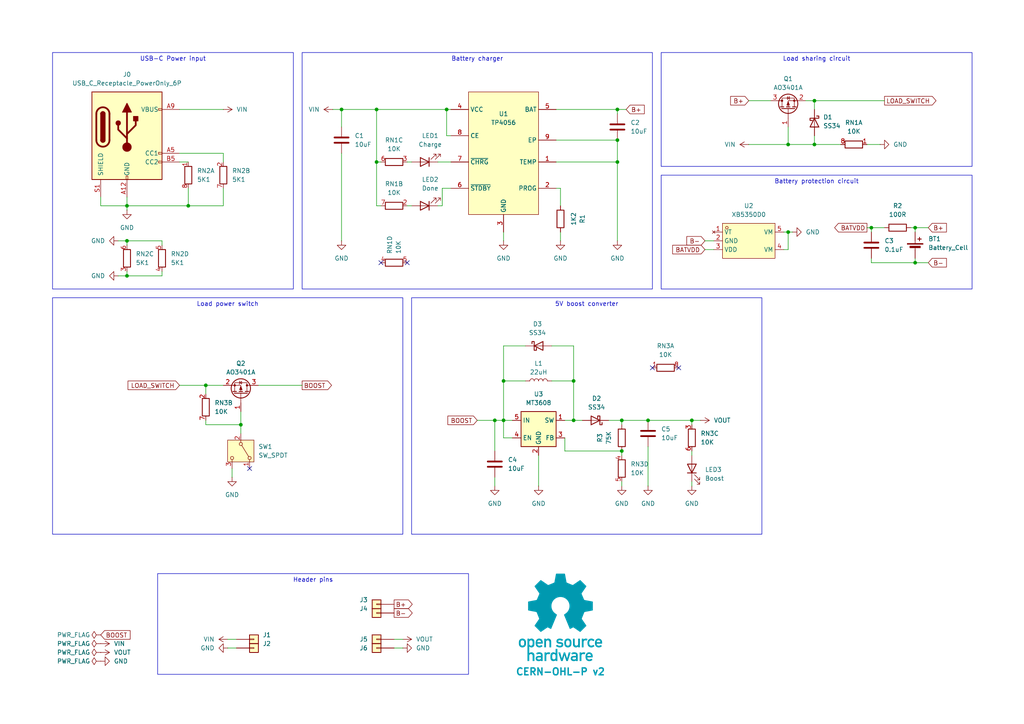
<source format=kicad_sch>
(kicad_sch (version 20231120) (generator "eeschema") (generator_version "8.0")
  (paper "A4")
  (lib_symbols
    (symbol "Conn_01x01_1" (pin_numbers hide) (pin_names (offset 1.016) hide)
      (property "Reference" "J" (at 0 2.54 0))
      (property "Value" "Conn_01x01" (at 0 -2.54 0))
      (symbol "Conn_01x01_1_1_1"
        (rectangle (start -1.27 0.127) (end 0 -0.127) (stroke (width 0.1524)))
        (rectangle (start -1.27 1.27) (end 1.27 -1.27) (stroke (width 0.254)) (fill (type background)))
        (pin passive line (at -5.08 0 0) (length 3.81) (name "Pin_1") (number "1"))
      )
    )
    (symbol "Connector:USB_C_Receptacle_PowerOnly_6P" (pin_names (offset 1.016))
      (property "Reference" "J" (at 0 16.51 0))
      (property "Value" "USB_C_Receptacle_PowerOnly_6P" (at 0 13.97 0))
      (symbol "USB_C_Receptacle_PowerOnly_6P_0_0"
        (rectangle (start -0.254 -12.7) (end 0.254 -11.684))
        (rectangle (start 10.16 -7.366) (end 9.144 -7.874))
        (rectangle (start 10.16 -4.826) (end 9.144 -5.334))
        (rectangle (start 10.16 7.874) (end 9.144 7.366))
      )
      (symbol "USB_C_Receptacle_PowerOnly_6P_0_1"
        (rectangle (start -10.16 12.7) (end 10.16 -12.7) (stroke (width 0.254)) (fill (type background)))
        (arc (start -8.89 -1.27) (mid -6.985 -3.1667) (end -5.08 -1.27) (stroke (width 0.508)))
        (arc (start -7.62 -1.27) (mid -6.985 -1.9023) (end -6.35 -1.27) (stroke (width 0.254)))
        (arc (start -7.62 -1.27) (mid -6.985 -1.9023) (end -6.35 -1.27) (stroke (width 0.254)) (fill (type outline)))
        (rectangle (start -7.62 -1.27) (end -6.35 6.35) (stroke (width 0.254)) (fill (type outline)))
        (arc (start -6.35 6.35) (mid -6.985 6.9823) (end -7.62 6.35) (stroke (width 0.254)))
        (arc (start -6.35 6.35) (mid -6.985 6.9823) (end -7.62 6.35) (stroke (width 0.254)) (fill (type outline)))
        (arc (start -5.08 6.35) (mid -6.985 8.2467) (end -8.89 6.35) (stroke (width 0.508)))
        (circle (center -2.54 3.683) (radius 0.635) (stroke (width 0.254)) (fill (type outline)))
        (circle (center 0 -3.302) (radius 1.27) (fill (type outline)))
        (polyline (pts (xy -8.89 -1.27) (xy -8.89 6.35)) (stroke (width 0.508)))
        (polyline (pts (xy -5.08 6.35) (xy -5.08 -1.27)) (stroke (width 0.508)))
        (polyline (pts (xy 0 -3.302) (xy 0 6.858)) (stroke (width 0.508)))
        (polyline (pts (xy 0 -0.762) (xy -2.54 1.778) (xy -2.54 3.048)) (stroke (width 0.508)))
        (polyline (pts (xy 0 0.508) (xy 2.54 3.048) (xy 2.54 4.318)) (stroke (width 0.508)))
        (polyline (pts (xy -1.27 6.858) (xy 0 9.398) (xy 1.27 6.858) (xy -1.27 6.858)) (stroke (width 0.254)) (fill (type outline)))
        (rectangle (start 1.905 4.318) (end 3.175 5.588) (stroke (width 0.254)) (fill (type outline)))
      )
      (symbol "USB_C_Receptacle_PowerOnly_6P_1_1"
        (pin passive line (at 0 -17.78 90) (length 5.08) (name "GND") (number "A12"))
        (pin bidirectional line (at 15.24 -5.08 180) (length 5.08) (name "CC1") (number "A5"))
        (pin passive line (at 15.24 7.62 180) (length 5.08) (name "VBUS") (number "A9"))
        (pin passive line (at 0 -17.78 90) (length 5.08) hide (name "GND") (number "B12"))
        (pin bidirectional line (at 15.24 -7.62 180) (length 5.08) (name "CC2") (number "B5"))
        (pin passive line (at 15.24 7.62 180) (length 5.08) hide (name "VBUS") (number "B9"))
        (pin passive line (at -7.62 -17.78 90) (length 5.08) (name "SHIELD") (number "S1"))
      )
    )
    (symbol "Connector_Generic:Conn_01x01" (pin_numbers hide) (pin_names (offset 1.016) hide)
      (property "Reference" "J" (at 0 2.54 0))
      (property "Value" "Conn_01x01" (at 0 -2.54 0))
      (symbol "Conn_01x01_1_1"
        (rectangle (start -1.27 0.127) (end 0 -0.127) (stroke (width 0.1524)))
        (rectangle (start -1.27 1.27) (end 1.27 -1.27) (stroke (width 0.254)) (fill (type background)))
        (pin passive line (at -5.08 0 0) (length 3.81) (name "Pin_1") (number "1"))
      )
    )
    (symbol "Device:Battery_Cell" (pin_numbers hide) (pin_names (offset 0) hide)
      (property "Reference" "BT" (at 2.54 2.54 0))
      (property "Value" "Battery_Cell" (at 2.54 0 0))
      (symbol "Battery_Cell_0_1"
        (rectangle (start -2.286 1.778) (end 2.286 1.524) (fill (type outline)))
        (rectangle (start -1.524 1.016) (end 1.524 0.508) (fill (type outline)))
        (polyline (pts (xy 0 0.762) (xy 0 0)))
        (polyline (pts (xy 0 1.778) (xy 0 2.54)))
        (polyline (pts (xy 0.762 3.048) (xy 1.778 3.048)) (stroke (width 0.254)))
        (polyline (pts (xy 1.27 3.556) (xy 1.27 2.54)) (stroke (width 0.254)))
      )
      (symbol "Battery_Cell_1_1"
        (pin passive line (at 0 5.08 270) (length 2.54) (name "+") (number "1"))
        (pin passive line (at 0 -2.54 90) (length 2.54) (name "-") (number "2"))
      )
    )
    (symbol "Device:C" (pin_numbers hide) (pin_names (offset 0.254))
      (property "Reference" "C" (at 0.635 2.54 0))
      (property "Value" "C" (at 0.635 -2.54 0))
      (symbol "C_0_1"
        (polyline (pts (xy -2.032 -0.762) (xy 2.032 -0.762)) (stroke (width 0.508)))
        (polyline (pts (xy -2.032 0.762) (xy 2.032 0.762)) (stroke (width 0.508)))
      )
      (symbol "C_1_1"
        (pin passive line (at 0 3.81 270) (length 2.794) (name "~") (number "1"))
        (pin passive line (at 0 -3.81 90) (length 2.794) (name "~") (number "2"))
      )
    )
    (symbol "Device:L" (pin_numbers hide) (pin_names (offset 1.016) hide)
      (property "Reference" "L" (at -1.27 0 90))
      (property "Value" "L" (at 1.905 0 90))
      (symbol "L_0_1"
        (arc (start 0 -2.54) (mid 0.6323 -1.905) (end 0 -1.27))
        (arc (start 0 -1.27) (mid 0.6323 -0.635) (end 0 0))
        (arc (start 0 0) (mid 0.6323 0.635) (end 0 1.27))
        (arc (start 0 1.27) (mid 0.6323 1.905) (end 0 2.54))
      )
      (symbol "L_1_1"
        (pin passive line (at 0 3.81 270) (length 1.27) (name "1") (number "1"))
        (pin passive line (at 0 -3.81 90) (length 1.27) (name "2") (number "2"))
      )
    )
    (symbol "Device:LED" (pin_numbers hide) (pin_names (offset 1.016) hide)
      (property "Reference" "D" (at 0 2.54 0))
      (property "Value" "LED" (at 0 -2.54 0))
      (symbol "LED_0_1"
        (polyline (pts (xy -1.27 -1.27) (xy -1.27 1.27)) (stroke (width 0.254)))
        (polyline (pts (xy -1.27 0) (xy 1.27 0)))
        (polyline (pts (xy 1.27 -1.27) (xy 1.27 1.27) (xy -1.27 0) (xy 1.27 -1.27)) (stroke (width 0.254)))
        (polyline (pts (xy -3.048 -0.762) (xy -4.572 -2.286) (xy -3.81 -2.286) (xy -4.572 -2.286) (xy -4.572 -1.524)))
        (polyline (pts (xy -1.778 -0.762) (xy -3.302 -2.286) (xy -2.54 -2.286) (xy -3.302 -2.286) (xy -3.302 -1.524)))
      )
      (symbol "LED_1_1"
        (pin passive line (at -3.81 0 0) (length 2.54) (name "K") (number "1"))
        (pin passive line (at 3.81 0 180) (length 2.54) (name "A") (number "2"))
      )
    )
    (symbol "Device:R" (pin_numbers hide) (pin_names (offset 0))
      (property "Reference" "R" (at 2.032 0 90))
      (property "Value" "R" (at 0 0 90))
      (symbol "R_0_1"
        (rectangle (start -1.016 -2.54) (end 1.016 2.54) (stroke (width 0.254)))
      )
      (symbol "R_1_1"
        (pin passive line (at 0 3.81 270) (length 1.27) (name "~") (number "1"))
        (pin passive line (at 0 -3.81 90) (length 1.27) (name "~") (number "2"))
      )
    )
    (symbol "Device:R_Pack04_Split" (pin_names (offset 0) hide)
      (property "Reference" "RN" (at 2.032 0 90))
      (property "Value" "R_Pack04_Split" (at 0 0 90))
      (symbol "R_Pack04_Split_0_1"
        (rectangle (start 1.016 2.54) (end -1.016 -2.54) (stroke (width 0.254)))
      )
      (symbol "R_Pack04_Split_1_1"
        (pin passive line (at 0 -3.81 90) (length 1.27) (name "R1.1") (number "1"))
        (pin passive line (at 0 3.81 270) (length 1.27) (name "R1.2") (number "8"))
      )
      (symbol "R_Pack04_Split_2_1"
        (pin passive line (at 0 -3.81 90) (length 1.27) (name "R2.1") (number "2"))
        (pin passive line (at 0 3.81 270) (length 1.27) (name "R2.2") (number "7"))
      )
      (symbol "R_Pack04_Split_3_1"
        (pin passive line (at 0 -3.81 90) (length 1.27) (name "R3.1") (number "3"))
        (pin passive line (at 0 3.81 270) (length 1.27) (name "R3.2") (number "6"))
      )
      (symbol "R_Pack04_Split_4_1"
        (pin passive line (at 0 -3.81 90) (length 1.27) (name "R4.1") (number "4"))
        (pin passive line (at 0 3.81 270) (length 1.27) (name "R4.2") (number "5"))
      )
    )
    (symbol "Diode:SS34" (pin_numbers hide) (pin_names (offset 1.016) hide)
      (property "Reference" "D" (at 0 2.54 0))
      (property "Value" "SS34" (at 0 -2.54 0))
      (symbol "SS34_0_1"
        (polyline (pts (xy 1.27 0) (xy -1.27 0)))
        (polyline (pts (xy 1.27 1.27) (xy 1.27 -1.27) (xy -1.27 0) (xy 1.27 1.27)) (stroke (width 0.254)))
        (polyline (pts (xy -1.905 0.635) (xy -1.905 1.27) (xy -1.27 1.27) (xy -1.27 -1.27) (xy -0.635 -1.27) (xy -0.635 -0.635)) (stroke (width 0.254)))
      )
      (symbol "SS34_1_1"
        (pin passive line (at -3.81 0 0) (length 2.54) (name "K") (number "1"))
        (pin passive line (at 3.81 0 180) (length 2.54) (name "A") (number "2"))
      )
    )
    (symbol "Regulator_Switching:MT3608"
      (property "Reference" "U" (at -2.54 8.89 0))
      (property "Value" "MT3608" (at -3.81 6.35 0))
      (symbol "MT3608_0_1"
        (rectangle (start -5.08 5.08) (end 5.08 -5.08) (stroke (width 0.254)) (fill (type background)))
      )
      (symbol "MT3608_1_1"
        (pin passive line (at 7.62 2.54 180) (length 2.54) (name "SW") (number "1"))
        (pin power_in line (at 0 -7.62 90) (length 2.54) (name "GND") (number "2"))
        (pin input line (at 7.62 -2.54 180) (length 2.54) (name "FB") (number "3"))
        (pin input line (at -7.62 -2.54 0) (length 2.54) (name "EN") (number "4"))
        (pin power_in line (at -7.62 2.54 0) (length 2.54) (name "IN") (number "5"))
        (pin no_connect line (at 5.08 0 180) (length 2.54) hide (name "NC") (number "6"))
      )
    )
    (symbol "Switch:SW_SPDT" (pin_names (offset 0) hide)
      (property "Reference" "SW" (at 0 5.08 0))
      (property "Value" "SW_SPDT" (at 0 -5.08 0))
      (symbol "SW_SPDT_0_1"
        (circle (center -2.032 0) (radius 0.4572))
        (polyline (pts (xy -1.651 0.254) (xy 1.651 2.286)))
        (circle (center 2.032 -2.54) (radius 0.4572))
        (circle (center 2.032 2.54) (radius 0.4572))
      )
      (symbol "SW_SPDT_1_1"
        (rectangle (start -3.175 3.81) (end 3.175 -3.81) (fill (type background)))
        (pin passive line (at 5.08 2.54 180) (length 2.54) (name "A") (number "1"))
        (pin passive line (at -5.08 0 0) (length 2.54) (name "B") (number "2"))
        (pin passive line (at 5.08 -2.54 180) (length 2.54) (name "C") (number "3"))
      )
    )
    (symbol "Transistor_FET:AO3401A" (pin_names hide)
      (property "Reference" "Q" (at 5.08 1.905 0))
      (property "Value" "AO3401A" (at 5.08 0 0))
      (symbol "AO3401A_0_1"
        (polyline (pts (xy 0.254 0) (xy -2.54 0)))
        (polyline (pts (xy 0.254 1.905) (xy 0.254 -1.905)) (stroke (width 0.254)))
        (polyline (pts (xy 0.762 -1.27) (xy 0.762 -2.286)) (stroke (width 0.254)))
        (polyline (pts (xy 0.762 0.508) (xy 0.762 -0.508)) (stroke (width 0.254)))
        (polyline (pts (xy 0.762 2.286) (xy 0.762 1.27)) (stroke (width 0.254)))
        (polyline (pts (xy 2.54 2.54) (xy 2.54 1.778)))
        (polyline (pts (xy 2.54 -2.54) (xy 2.54 0) (xy 0.762 0)))
        (polyline (pts (xy 0.762 1.778) (xy 3.302 1.778) (xy 3.302 -1.778) (xy 0.762 -1.778)))
        (polyline (pts (xy 2.286 0) (xy 1.27 0.381) (xy 1.27 -0.381) (xy 2.286 0)) (fill (type outline)))
        (polyline (pts (xy 2.794 -0.508) (xy 2.921 -0.381) (xy 3.683 -0.381) (xy 3.81 -0.254)))
        (polyline (pts (xy 3.302 -0.381) (xy 2.921 0.254) (xy 3.683 0.254) (xy 3.302 -0.381)))
        (circle (center 1.651 0) (radius 2.794) (stroke (width 0.254)))
        (circle (center 2.54 -1.778) (radius 0.254) (fill (type outline)))
        (circle (center 2.54 1.778) (radius 0.254) (fill (type outline)))
      )
      (symbol "AO3401A_1_1"
        (pin input line (at -5.08 0 0) (length 2.54) (name "G") (number "1"))
        (pin passive line (at 2.54 -5.08 90) (length 2.54) (name "S") (number "2"))
        (pin passive line (at 2.54 5.08 270) (length 2.54) (name "D") (number "3"))
      )
    )
    (symbol "lcsc:TP4056"
      (property "Reference" "U" (at 0 20.32 0))
      (property "Value" "TP4056" (at 0 -25.4 0))
      (symbol "TP4056_0_1"
        (rectangle (start -10.16 20.32) (end 10.16 -15.24) (fill (type background)))
      )
      (symbol "TP4056_1_1"
        (pin input line (at 15.24 0 180) (length 5.08) (name "TEMP") (number "1"))
        (pin input line (at 15.24 -7.62 180) (length 5.08) (name "PROG") (number "2"))
        (pin power_in line (at 0 -20.32 90) (length 5.08) (name "GND") (number "3"))
        (pin power_in line (at -15.24 15.24 0) (length 5.08) (name "VCC") (number "4"))
        (pin power_out line (at 15.24 15.24 180) (length 5.08) (name "BAT") (number "5"))
        (pin open_collector line (at -15.24 -7.62 0) (length 5.08) (name "~{STDBY}") (number "6"))
        (pin open_collector line (at -15.24 0 0) (length 5.08) (name "~{CHRG}") (number "7"))
        (pin input line (at -15.24 7.62 0) (length 5.08) (name "CE") (number "8"))
        (pin power_in line (at 15.24 6.35 180) (length 5.08) (name "EP") (number "9"))
      )
    )
    (symbol "lcsc:XB5350D0"
      (property "Reference" "U" (at 0 7.62 0))
      (property "Value" "XB5350D0" (at 0 -7.62 0))
      (symbol "XB5350D0_0_1"
        (rectangle (start -7.62 5.08) (end 7.62 -5.08) (fill (type background)))
        (circle (center -6.35 3.81) (radius 0.38))
      )
      (symbol "XB5350D0_1_1"
        (pin no_connect line (at -10.16 2.54 0) (length 2.54) (name "VT") (number "1"))
        (pin input line (at -10.16 0 0) (length 2.54) (name "GND") (number "2"))
        (pin input line (at -10.16 -2.54 0) (length 2.54) (name "VDD") (number "3"))
        (pin input line (at 10.16 -2.54 180) (length 2.54) (name "VM") (number "4"))
        (pin input line (at 10.16 2.54 180) (length 2.54) (name "VM") (number "5"))
      )
    )
    (symbol "power:+5V" (power) (pin_numbers hide) (pin_names (offset 0) hide)
      (property "Value" "+5V" (at 0 3.556 0))
      (symbol "+5V_0_1"
        (polyline (pts (xy -0.762 1.27) (xy 0 2.54)))
        (polyline (pts (xy 0 0) (xy 0 2.54)))
        (polyline (pts (xy 0 2.54) (xy 0.762 1.27)))
      )
      (symbol "+5V_1_1"
        (pin power_in line (at 0 0 90) (length 0) (name "~") (number "1"))
      )
    )
    (symbol "power:GND" (power) (pin_numbers hide) (pin_names (offset 0) hide)
      (property "Value" "GND" (at 0 -3.81 0))
      (symbol "GND_0_1"
        (polyline (pts (xy 0 0) (xy 0 -1.27) (xy 1.27 -1.27) (xy 0 -2.54) (xy -1.27 -1.27) (xy 0 -1.27)))
      )
      (symbol "GND_1_1"
        (pin power_in line (at 0 0 270) (length 0) (name "~") (number "1"))
      )
    )
    (symbol "power:PWR_FLAG" (power) (pin_numbers hide) (pin_names (offset 0) hide)
      (property "Value" "PWR_FLAG" (at 0 3.81 0))
      (symbol "PWR_FLAG_0_0"
        (pin power_out line (at 0 0 90) (length 0) (name "~") (number "1"))
      )
      (symbol "PWR_FLAG_0_1"
        (polyline (pts (xy 0 0) (xy 0 1.27) (xy -1.016 1.905) (xy 0 2.54) (xy 1.016 1.905) (xy 0 1.27)))
      )
    )
    (symbol "power:VCC" (power) (pin_numbers hide) (pin_names (offset 0) hide)
      (property "Value" "VCC" (at 0 3.556 0))
      (symbol "VCC_0_1"
        (polyline (pts (xy -0.762 1.27) (xy 0 2.54)))
        (polyline (pts (xy 0 0) (xy 0 2.54)))
        (polyline (pts (xy 0 2.54) (xy 0.762 1.27)))
      )
      (symbol "VCC_1_1"
        (pin power_in line (at 0 0 90) (length 0) (name "~") (number "1"))
      )
    )
  )
  (junction (at 236.22 29.21))
  (junction (at 200.66 121.92))
  (junction (at 187.96 121.92))
  (junction (at 99.06 31.75))
  (junction (at 36.83 80.01))
  (junction (at 166.37 121.92))
  (junction (at 36.83 69.85))
  (junction (at 146.05 121.92))
  (junction (at 180.34 130.81))
  (junction (at 179.07 31.75))
  (junction (at 236.22 41.91))
  (junction (at 69.85 123.19))
  (junction (at 265.43 66.04))
  (junction (at 109.22 31.75))
  (junction (at 179.07 40.64))
  (junction (at 252.73 66.04))
  (junction (at 265.43 76.2))
  (junction (at 166.37 110.49))
  (junction (at 146.05 110.49))
  (junction (at 59.69 111.76))
  (junction (at 179.07 46.99))
  (junction (at 129.54 31.75))
  (junction (at 54.61 59.69))
  (junction (at 228.6 67.31))
  (junction (at 228.6 41.91))
  (junction (at 36.83 59.69))
  (junction (at 180.34 121.92))
  (junction (at 143.51 121.92))
  (junction (at 109.22 46.99))
  (no_connect (at 189.23 106.68))
  (no_connect (at 196.85 106.68))
  (no_connect (at 72.39 135.89))
  (no_connect (at 110.49 76.2))
  (no_connect (at 118.11 76.2))
  (wire (pts (xy 36.83 59.69) (xy 36.83 60.96)))
  (wire (pts (xy 160.02 110.49) (xy 166.37 110.49)))
  (wire (pts (xy 166.37 121.92) (xy 163.83 121.92)))
  (wire (pts (xy 228.6 72.39) (xy 228.6 67.31)))
  (wire (pts (xy 176.53 121.92) (xy 180.34 121.92)))
  (wire (pts (xy 163.83 130.81) (xy 180.34 130.81)))
  (wire (pts (xy 143.51 130.81) (xy 143.51 121.92)))
  (wire (pts (xy 46.99 69.85) (xy 46.99 71.12)))
  (wire (pts (xy 59.69 121.92) (xy 59.69 123.19)))
  (wire (pts (xy 179.07 46.99) (xy 179.07 40.64)))
  (wire (pts (xy 109.22 46.99) (xy 110.49 46.99)))
  (wire (pts (xy 128.27 54.61) (xy 130.81 54.61)))
  (wire (pts (xy 180.34 121.92) (xy 180.34 123.19)))
  (wire (pts (xy 29.21 57.15) (xy 29.21 59.69)))
  (wire (pts (xy 187.96 129.54) (xy 187.96 140.97)))
  (wire (pts (xy 229.87 67.31) (xy 228.6 67.31)))
  (wire (pts (xy 228.6 36.83) (xy 228.6 41.91)))
  (wire (pts (xy 64.77 44.45) (xy 64.77 46.99)))
  (wire (pts (xy 64.77 59.69) (xy 54.61 59.69)))
  (wire (pts (xy 179.07 31.75) (xy 181.61 31.75)))
  (wire (pts (xy 148.59 127) (xy 146.05 127)))
  (wire (pts (xy 146.05 127) (xy 146.05 121.92)))
  (wire (pts (xy 251.46 66.04) (xy 252.73 66.04)))
  (wire (pts (xy 46.99 80.01) (xy 36.83 80.01)))
  (wire (pts (xy 160.02 100.33) (xy 166.37 100.33)))
  (wire (pts (xy 217.17 29.21) (xy 223.52 29.21)))
  (wire (pts (xy 179.07 33.02) (xy 179.07 31.75)))
  (wire (pts (xy 99.06 44.45) (xy 99.06 69.85)))
  (wire (pts (xy 162.56 54.61) (xy 162.56 59.69)))
  (wire (pts (xy 152.4 100.33) (xy 146.05 100.33)))
  (wire (pts (xy 68.58 187.96) (xy 66.04 187.96)))
  (wire (pts (xy 109.22 31.75) (xy 129.54 31.75)))
  (wire (pts (xy 161.29 46.99) (xy 179.07 46.99)))
  (wire (pts (xy 180.34 140.97) (xy 180.34 139.7)))
  (wire (pts (xy 130.81 39.37) (xy 129.54 39.37)))
  (wire (pts (xy 200.66 130.81) (xy 200.66 132.08)))
  (wire (pts (xy 129.54 31.75) (xy 130.81 31.75)))
  (wire (pts (xy 127 59.69) (xy 128.27 59.69)))
  (wire (pts (xy 162.56 67.31) (xy 162.56 69.85)))
  (wire (pts (xy 59.69 114.3) (xy 59.69 111.76)))
  (wire (pts (xy 166.37 121.92) (xy 168.91 121.92)))
  (wire (pts (xy 67.31 135.89) (xy 67.31 138.43)))
  (wire (pts (xy 256.54 66.04) (xy 252.73 66.04)))
  (wire (pts (xy 146.05 100.33) (xy 146.05 110.49)))
  (wire (pts (xy 236.22 41.91) (xy 228.6 41.91)))
  (wire (pts (xy 118.11 46.99) (xy 119.38 46.99)))
  (wire (pts (xy 265.43 76.2) (xy 269.24 76.2)))
  (wire (pts (xy 146.05 121.92) (xy 148.59 121.92)))
  (wire (pts (xy 68.58 185.42) (xy 66.04 185.42)))
  (wire (pts (xy 99.06 31.75) (xy 109.22 31.75)))
  (wire (pts (xy 114.3 185.42) (xy 116.84 185.42)))
  (wire (pts (xy 217.17 41.91) (xy 228.6 41.91)))
  (wire (pts (xy 180.34 130.81) (xy 180.34 132.08)))
  (wire (pts (xy 161.29 31.75) (xy 179.07 31.75)))
  (wire (pts (xy 166.37 100.33) (xy 166.37 110.49)))
  (wire (pts (xy 143.51 138.43) (xy 143.51 140.97)))
  (wire (pts (xy 161.29 40.64) (xy 179.07 40.64)))
  (wire (pts (xy 36.83 69.85) (xy 36.83 71.12)))
  (wire (pts (xy 52.07 31.75) (xy 64.77 31.75)))
  (wire (pts (xy 146.05 67.31) (xy 146.05 69.85)))
  (wire (pts (xy 36.83 57.15) (xy 36.83 59.69)))
  (wire (pts (xy 52.07 44.45) (xy 64.77 44.45)))
  (wire (pts (xy 204.47 69.85) (xy 207.01 69.85)))
  (wire (pts (xy 29.21 59.69) (xy 36.83 59.69)))
  (wire (pts (xy 227.33 72.39) (xy 228.6 72.39)))
  (wire (pts (xy 129.54 39.37) (xy 129.54 31.75)))
  (wire (pts (xy 52.07 111.76) (xy 59.69 111.76)))
  (wire (pts (xy 236.22 39.37) (xy 236.22 41.91)))
  (wire (pts (xy 64.77 54.61) (xy 64.77 59.69)))
  (wire (pts (xy 52.07 46.99) (xy 54.61 46.99)))
  (wire (pts (xy 200.66 121.92) (xy 203.2 121.92)))
  (wire (pts (xy 161.29 54.61) (xy 162.56 54.61)))
  (wire (pts (xy 54.61 54.61) (xy 54.61 59.69)))
  (wire (pts (xy 265.43 66.04) (xy 265.43 67.31)))
  (wire (pts (xy 252.73 74.93) (xy 252.73 76.2)))
  (wire (pts (xy 128.27 59.69) (xy 128.27 54.61)))
  (wire (pts (xy 36.83 78.74) (xy 36.83 80.01)))
  (wire (pts (xy 109.22 31.75) (xy 109.22 46.99)))
  (wire (pts (xy 143.51 121.92) (xy 146.05 121.92)))
  (wire (pts (xy 46.99 78.74) (xy 46.99 80.01)))
  (wire (pts (xy 252.73 76.2) (xy 265.43 76.2)))
  (wire (pts (xy 69.85 123.19) (xy 69.85 119.38)))
  (wire (pts (xy 251.46 41.91) (xy 255.27 41.91)))
  (wire (pts (xy 59.69 123.19) (xy 69.85 123.19)))
  (wire (pts (xy 180.34 121.92) (xy 187.96 121.92)))
  (wire (pts (xy 252.73 66.04) (xy 252.73 67.31)))
  (wire (pts (xy 236.22 29.21) (xy 236.22 31.75)))
  (wire (pts (xy 265.43 76.2) (xy 265.43 74.93)))
  (wire (pts (xy 233.68 29.21) (xy 236.22 29.21)))
  (wire (pts (xy 200.66 121.92) (xy 200.66 123.19)))
  (wire (pts (xy 179.07 69.85) (xy 179.07 46.99)))
  (wire (pts (xy 200.66 139.7) (xy 200.66 140.97)))
  (wire (pts (xy 69.85 123.19) (xy 69.85 125.73)))
  (wire (pts (xy 36.83 69.85) (xy 46.99 69.85)))
  (wire (pts (xy 109.22 59.69) (xy 109.22 46.99)))
  (wire (pts (xy 114.3 187.96) (xy 116.84 187.96)))
  (wire (pts (xy 264.16 66.04) (xy 265.43 66.04)))
  (wire (pts (xy 146.05 110.49) (xy 146.05 121.92)))
  (wire (pts (xy 74.93 111.76) (xy 87.63 111.76)))
  (wire (pts (xy 34.29 69.85) (xy 36.83 69.85)))
  (wire (pts (xy 138.43 121.92) (xy 143.51 121.92)))
  (wire (pts (xy 99.06 31.75) (xy 99.06 36.83)))
  (wire (pts (xy 236.22 29.21) (xy 256.54 29.21)))
  (wire (pts (xy 110.49 59.69) (xy 109.22 59.69)))
  (wire (pts (xy 54.61 59.69) (xy 36.83 59.69)))
  (wire (pts (xy 204.47 72.39) (xy 207.01 72.39)))
  (wire (pts (xy 34.29 80.01) (xy 36.83 80.01)))
  (wire (pts (xy 163.83 127) (xy 163.83 130.81)))
  (wire (pts (xy 156.21 132.08) (xy 156.21 140.97)))
  (wire (pts (xy 265.43 66.04) (xy 269.24 66.04)))
  (wire (pts (xy 118.11 59.69) (xy 119.38 59.69)))
  (wire (pts (xy 166.37 110.49) (xy 166.37 121.92)))
  (wire (pts (xy 236.22 41.91) (xy 243.84 41.91)))
  (wire (pts (xy 228.6 67.31) (xy 227.33 67.31)))
  (wire (pts (xy 127 46.99) (xy 130.81 46.99)))
  (wire (pts (xy 96.52 31.75) (xy 99.06 31.75)))
  (wire (pts (xy 187.96 121.92) (xy 200.66 121.92)))
  (wire (pts (xy 146.05 110.49) (xy 152.4 110.49)))
  (wire (pts (xy 59.69 111.76) (xy 64.77 111.76)))
  (image (at 162.56 179.07) (scale 0.37481))
  (text_box "Header pins" (at 45.72 166.37 0) (size 90.17 29.21) (effects (font (size 1.27 1.27)) (justify top)))
  (text_box "Battery protection circuit" (at 191.77 50.8 0) (size 90.17 33.02) (effects (font (size 1.27 1.27)) (justify top)))
  (text_box "USB-C Power input" (at 15.24 15.24 0) (size 69.85 68.58) (effects (font (size 1.27 1.27)) (justify top)))
  (text_box "Load sharing circuit" (at 191.77 15.24 0) (size 90.17 33.02) (effects (font (size 1.27 1.27)) (justify top)))
  (text_box "Load power switch" (at 15.24 86.36 0) (size 101.6 68.58) (effects (font (size 1.27 1.27)) (justify top)))
  (text_box "Battery charger" (at 87.63 15.24 0) (size 101.6 68.58) (effects (font (size 1.27 1.27)) (justify top)))
  (text_box "5V boost converter\n" (at 119.38 86.36 0) (size 101.6 68.58) (effects (font (size 1.27 1.27)) (justify top)))
  (text "CERN-OHL-P v2" (at 162.56 195.072 0) (effects (font (size 2 2) (thickness 0.4) (bold yes))))
  (global_label "BOOST" (shape input) (at 29.21 184.15 0) (property "Intersheetrefs" "${INTERSHEET_REFS}" (effects (hide yes))))
  (global_label "LOAD_SWITCH" (shape input) (at 52.07 111.76 180) (property "Intersheetrefs" "${INTERSHEET_REFS}" (effects (hide yes))))
  (global_label "B+" (shape output) (at 114.3 175.26 0) (property "Intersheetrefs" "${INTERSHEET_REFS}" (effects (hide yes))))
  (global_label "BOOST" (shape input) (at 138.43 121.92 180) (property "Intersheetrefs" "${INTERSHEET_REFS}" (effects (hide yes))))
  (global_label "B-" (shape output) (at 114.3 177.8 0) (property "Intersheetrefs" "${INTERSHEET_REFS}" (effects (hide yes))))
  (global_label "B-" (shape input) (at 204.47 69.85 180) (property "Intersheetrefs" "${INTERSHEET_REFS}" (effects (hide yes))))
  (global_label "BATVDD" (shape input) (at 204.47 72.39 180) (property "Intersheetrefs" "${INTERSHEET_REFS}" (effects (hide yes))))
  (global_label "B+" (shape input) (at 181.61 31.75 0) (property "Intersheetrefs" "${INTERSHEET_REFS}" (effects (hide yes))))
  (global_label "B+" (shape input) (at 269.24 66.04 0) (property "Intersheetrefs" "${INTERSHEET_REFS}" (effects (hide yes))))
  (global_label "B-" (shape input) (at 269.24 76.2 0) (property "Intersheetrefs" "${INTERSHEET_REFS}" (effects (hide yes))))
  (global_label "B+" (shape input) (at 217.17 29.21 180) (property "Intersheetrefs" "${INTERSHEET_REFS}" (effects (hide yes))))
  (global_label "BOOST" (shape output) (at 87.63 111.76 0) (property "Intersheetrefs" "${INTERSHEET_REFS}" (effects (hide yes))))
  (global_label "BATVDD" (shape output) (at 251.46 66.04 180) (property "Intersheetrefs" "${INTERSHEET_REFS}" (effects (hide yes))))
  (global_label "LOAD_SWITCH" (shape output) (at 256.54 29.21 0) (property "Intersheetrefs" "${INTERSHEET_REFS}" (effects (hide yes))))
  (symbol (lib_id "power:GND") (at 200.66 140.97 0) (unit 1)
    (property "Reference" "#PWR024" (effects (hide yes)))
    (property "Value" "GND" (at 200.66 146.05 0))
    (property "Description" "Power symbol creates a global label with name \"GND\" , ground" (effects (hide yes)))
  )
  (symbol (lib_id "power:+5V") (at 203.2 121.92 270) (unit 1)
    (property "Reference" "#PWR025" (effects (hide yes)))
    (property "Value" "VOUT" (at 207.01 121.9199 90) (effects (justify left)))
    (property "Description" "Power symbol creates a global label with name \"+5V\"" (effects (hide yes)))
  )
  (symbol (lib_name "Conn_01x01_1") (lib_id "Connector_Generic:Conn_01x01") (at 109.22 177.8 0) (mirror y) (unit 1)
    (property "Reference" "J4" (at 106.68 176.5299 0) (effects (justify left)))
    (property "Value" "Conn_01x01" (effects (hide yes)))
    (property "Footprint" "custom:PinHeader_1x01_P2.54mm_simple_square" (effects (hide yes)))
    (property "Description" "Generic connector, single row, 01x01, script generated (kicad-library-utils/schlib/autogen/connector/)" (effects (hide yes)))
  )
  (symbol (lib_id "Device:R_Pack04_Split") (at 54.61 50.8 180) (unit 1)
    (property "Reference" "RN2" (at 57.15 49.5299 0) (effects (justify right)))
    (property "Value" "5K1" (at 57.15 52.0699 0) (effects (justify right)))
    (property "Footprint" "Resistor_SMD:R_Array_Convex_4x0603" (effects (hide yes)))
    (property "Description" "4 resistor network, parallel topology, split" (effects (hide yes)))
    (property "Sim.Device" "R" (effects (hide yes)))
    (property "Sim.Pins" "1=+ 2=-" (effects (hide yes)))
    (property "Sim.Params" "r=5.1K" (effects (hide yes)))
  )
  (symbol (lib_id "Device:R_Pack04_Split") (at 114.3 46.99 90) (unit 3)
    (property "Reference" "RN1" (at 114.3 40.64 90))
    (property "Value" "10K" (at 114.3 43.18 90))
    (property "Footprint" "Resistor_SMD:R_Array_Convex_4x0603" (effects (hide yes)))
    (property "Description" "4 resistor network, parallel topology, split" (effects (hide yes)))
    (property "Sim.Device" "R" (effects (hide yes)))
    (property "Sim.Pins" "1=+ 2=-" (effects (hide yes)))
    (property "Sim.Params" "r=10K" (effects (hide yes)))
    (property "LCSC Part" "C29718" (effects (hide yes)))
    (property "JLCPCB_CORRECTION" "0; 0; 90" (effects (hide yes)))
  )
  (symbol (lib_id "Device:LED") (at 200.66 135.89 90) (unit 1)
    (property "Reference" "LED3" (at 204.47 136.2074 90) (effects (justify right)))
    (property "Value" "Boost" (at 204.47 138.7474 90) (effects (justify right)))
    (property "Footprint" "custom:LED_0805_2012Metric_Pad1.15x1.40mm_HandSolder_simple" (effects (hide yes)))
    (property "Description" "Light emitting diode" (effects (hide yes)))
  )
  (symbol (lib_id "power:GND") (at 66.04 187.96 270) (unit 1)
    (property "Reference" "#PWR07" (effects (hide yes)))
    (property "Value" "GND" (at 62.23 187.9601 90) (effects (justify right)))
    (property "Description" "Power symbol creates a global label with name \"GND\" , ground" (effects (hide yes)))
  )
  (symbol (lib_id "Device:R_Pack04_Split") (at 59.69 118.11 180) (unit 2)
    (property "Reference" "RN3" (at 62.23 116.8399 0) (effects (justify right)))
    (property "Value" "10K" (at 62.23 119.3799 0) (effects (justify right)))
    (property "Footprint" "Resistor_SMD:R_Array_Convex_4x0603" (effects (hide yes)))
    (property "Description" "4 resistor network, parallel topology, split" (effects (hide yes)))
    (property "Sim.Device" "R" (effects (hide yes)))
    (property "Sim.Pins" "1=+ 2=-" (effects (hide yes)))
    (property "Sim.Params" "r=10K" (effects (hide yes)))
    (property "LCSC Part" "C29718" (effects (hide yes)))
    (property "JLCPCB_CORRECTION" "0; 0; 90" (effects (hide yes)))
  )
  (symbol (lib_id "Diode:SS34") (at 236.22 35.56 270) (unit 1)
    (property "Reference" "D1" (at 238.76 33.9724 90) (effects (justify left)))
    (property "Value" "SS34" (at 238.76 36.5124 90) (effects (justify left)))
    (property "Footprint" "custom:D_SMA_simple" (effects (hide yes)))
    (property "Datasheet" "https://www.vishay.com/docs/88751/ss32.pdf" (effects (hide yes)))
    (property "Description" "40V 3A Schottky Diode, SMA" (effects (hide yes)))
    (property "LCSC Part" "C8678" (effects (hide yes)))
  )
  (symbol (lib_id "Device:R_Pack04_Split") (at 180.34 135.89 180) (unit 4)
    (property "Reference" "RN3" (at 182.88 134.6199 0) (effects (justify right)))
    (property "Value" "10K" (at 182.88 137.1599 0) (effects (justify right)))
    (property "Footprint" "Resistor_SMD:R_Array_Convex_4x0603" (effects (hide yes)))
    (property "Description" "4 resistor network, parallel topology, split" (effects (hide yes)))
    (property "Sim.Device" "R" (effects (hide yes)))
    (property "Sim.Pins" "1=+ 2=-" (effects (hide yes)))
    (property "Sim.Params" "r=10K" (effects (hide yes)))
    (property "LCSC Part" "C29718" (effects (hide yes)))
    (property "JLCPCB_CORRECTION" "0; 0; 90" (effects (hide yes)))
  )
  (symbol (lib_id "Device:R_Pack04_Split") (at 200.66 127 180) (unit 3)
    (property "Reference" "RN3" (at 203.2 125.7299 0) (effects (justify right)))
    (property "Value" "10K" (at 203.2 128.2699 0) (effects (justify right)))
    (property "Footprint" "Resistor_SMD:R_Array_Convex_4x0603" (effects (hide yes)))
    (property "Description" "4 resistor network, parallel topology, split" (effects (hide yes)))
    (property "Sim.Device" "R" (effects (hide yes)))
    (property "Sim.Pins" "1=+ 2=-" (effects (hide yes)))
    (property "Sim.Params" "r=10K" (effects (hide yes)))
    (property "LCSC Part" "C29718" (effects (hide yes)))
    (property "JLCPCB_CORRECTION" "0; 0; 90" (effects (hide yes)))
  )
  (symbol (lib_id "power:GND") (at 116.84 187.96 90) (unit 1)
    (property "Reference" "#PWR012" (effects (hide yes)))
    (property "Value" "GND" (at 120.65 187.9599 90) (effects (justify right)))
    (property "Description" "Power symbol creates a global label with name \"GND\" , ground" (effects (hide yes)))
  )
  (symbol (lib_id "power:GND") (at 162.56 69.85 0) (unit 1)
    (property "Reference" "#PWR022" (effects (hide yes)))
    (property "Value" "GND" (at 162.56 74.93 0))
    (property "Description" "Power symbol creates a global label with name \"GND\" , ground" (effects (hide yes)))
  )
  (symbol (lib_id "Device:C") (at 252.73 71.12 180) (unit 1)
    (property "Reference" "C3" (at 256.54 69.8499 0) (effects (justify right)))
    (property "Value" "0.1uF" (at 256.54 72.3899 0) (effects (justify right)))
    (property "Footprint" "Capacitor_SMD:C_0805_2012Metric_Pad1.18x1.45mm_HandSolder" (effects (hide yes)))
    (property "Description" "Unpolarized capacitor" (effects (hide yes)))
    (property "LCSC Part" "C28233" (effects (hide yes)))
  )
  (symbol (lib_id "Device:R") (at 180.34 127 0) (mirror y) (unit 1)
    (property "Reference" "R3" (at 173.99 127 90))
    (property "Value" "75K" (at 176.53 127 90))
    (property "Footprint" "Resistor_SMD:R_0805_2012Metric_Pad1.20x1.40mm_HandSolder" (effects (hide yes)))
    (property "Description" "Resistor" (effects (hide yes)))
  )
  (symbol (lib_id "Device:R_Pack04_Split") (at 247.65 41.91 90) (unit 1)
    (property "Reference" "RN1" (at 247.65 35.56 90))
    (property "Value" "10K" (at 247.65 38.1 90))
    (property "Footprint" "Resistor_SMD:R_Array_Convex_4x0603" (effects (hide yes)))
    (property "Description" "4 resistor network, parallel topology, split" (effects (hide yes)))
    (property "Sim.Device" "R" (effects (hide yes)))
    (property "Sim.Pins" "1=+ 2=-" (effects (hide yes)))
    (property "Sim.Params" "r=10K" (effects (hide yes)))
    (property "LCSC Part" "C29718" (effects (hide yes)))
    (property "JLCPCB_CORRECTION" "0; 0; 90" (effects (hide yes)))
  )
  (symbol (lib_id "power:VCC") (at 29.21 186.69 270) (unit 1)
    (property "Reference" "#PWR01" (effects (hide yes)))
    (property "Value" "VIN" (at 33.02 186.69 90) (effects (justify left)))
    (property "Description" "Power symbol creates a global label with name \"VCC\"" (effects (hide yes)))
  )
  (symbol (lib_id "Transistor_FET:AO3401A") (at 69.85 114.3 270) (mirror x) (unit 1)
    (property "Reference" "Q2" (at 69.85 105.41 90))
    (property "Value" "AO3401A" (at 69.85 107.95 90))
    (property "Footprint" "Package_TO_SOT_SMD:SOT-23" (effects (hide yes)))
    (property "Datasheet" "http://www.aosmd.com/pdfs/datasheet/AO3401A.pdf" (effects (hide yes)))
    (property "Description" "-4.0A Id, -30V Vds, P-Channel MOSFET, SOT-23" (effects (hide yes)))
    (property "LCSC Part" "C15127" (effects (hide yes)))
    (property "JLCPCB_CORRECTION" "0; 0; 180" (effects (hide yes)))
  )
  (symbol (lib_id "Diode:SS34") (at 156.21 100.33 0) (unit 1)
    (property "Reference" "D3" (at 155.8925 93.98 0))
    (property "Value" "SS34" (at 155.8925 96.52 0))
    (property "Footprint" "custom:D_SMA_simple" (effects (hide yes)))
    (property "Datasheet" "https://www.vishay.com/docs/88751/ss32.pdf" (effects (hide yes)))
    (property "Description" "40V 3A Schottky Diode, SMA" (effects (hide yes)))
    (property "LCSC Part" "C8678" (effects (hide yes)))
  )
  (symbol (lib_id "power:GND") (at 255.27 41.91 90) (unit 1)
    (property "Reference" "#PWR019" (effects (hide yes)))
    (property "Value" "GND" (at 259.08 41.9099 90) (effects (justify right)))
    (property "Description" "Power symbol creates a global label with name \"GND\" , ground" (effects (hide yes)))
  )
  (symbol (lib_id "power:GND") (at 67.31 138.43 0) (unit 1)
    (property "Reference" "#PWR020" (effects (hide yes)))
    (property "Value" "GND" (at 67.31 143.51 0))
    (property "Description" "Power symbol creates a global label with name \"GND\" , ground" (effects (hide yes)))
  )
  (symbol (lib_id "power:VCC") (at 64.77 31.75 270) (unit 1)
    (property "Reference" "#PWR017" (effects (hide yes)))
    (property "Value" "VIN" (at 68.58 31.7499 90) (effects (justify left)))
    (property "Description" "Power symbol creates a global label with name \"VCC\"" (effects (hide yes)))
  )
  (symbol (lib_id "power:GND") (at 99.06 69.85 0) (unit 1)
    (property "Reference" "#PWR014" (effects (hide yes)))
    (property "Value" "GND" (at 99.06 74.93 0))
    (property "Description" "Power symbol creates a global label with name \"GND\" , ground" (effects (hide yes)))
  )
  (symbol (lib_id "power:GND") (at 187.96 140.97 0) (unit 1)
    (property "Reference" "#PWR09" (effects (hide yes)))
    (property "Value" "GND" (at 187.96 146.05 0))
    (property "Description" "Power symbol creates a global label with name \"GND\" , ground" (effects (hide yes)))
  )
  (symbol (lib_id "lcsc:XB5350D0") (at 217.17 69.85 0) (unit 1)
    (property "Reference" "U2" (at 217.17 59.69 0))
    (property "Value" "XB5350D0" (at 217.17 62.23 0))
    (property "Footprint" "custom:SOT-23-5_simple" (effects (hide yes)))
    (property "Datasheet" "https://www.lcsc.com/datasheet/lcsc_datasheet_2106062205_XySemi-XB5350D0_C2760002.pdf" (effects (hide yes)))
    (property "JLCPCB_CORRECTION" "0; 0; 270" (effects (hide yes)))
    (property "LCSC Part" "C2760002" (effects (hide yes)))
  )
  (symbol (lib_id "Diode:SS34") (at 172.72 121.92 180) (unit 1)
    (property "Reference" "D2" (at 173.0375 115.57 0))
    (property "Value" "SS34" (at 173.0375 118.11 0))
    (property "Footprint" "custom:D_SMA_simple" (effects (hide yes)))
    (property "Datasheet" "https://www.vishay.com/docs/88751/ss32.pdf" (effects (hide yes)))
    (property "Description" "40V 3A Schottky Diode, SMA" (effects (hide yes)))
    (property "LCSC Part" "C8678" (effects (hide yes)))
  )
  (symbol (lib_id "power:GND") (at 229.87 67.31 90) (unit 1)
    (property "Reference" "#PWR021" (effects (hide yes)))
    (property "Value" "GND" (at 233.68 67.3099 90) (effects (justify right)))
    (property "Description" "Power symbol creates a global label with name \"GND\" , ground" (effects (hide yes)))
  )
  (symbol (lib_id "Device:R_Pack04_Split") (at 193.04 106.68 270) (unit 1)
    (property "Reference" "RN3" (at 193.04 100.33 90))
    (property "Value" "10K" (at 193.04 102.87 90))
    (property "Footprint" "Resistor_SMD:R_Array_Convex_4x0603" (effects (hide yes)))
    (property "Description" "4 resistor network, parallel topology, split" (effects (hide yes)))
    (property "Sim.Device" "R" (effects (hide yes)))
    (property "Sim.Pins" "1=+ 2=-" (effects (hide yes)))
    (property "Sim.Params" "r=10K" (effects (hide yes)))
    (property "LCSC Part" "C29718" (effects (hide yes)))
    (property "JLCPCB_CORRECTION" "0; 0; 90" (effects (hide yes)))
  )
  (symbol (lib_id "Transistor_FET:AO3401A") (at 228.6 31.75 90) (unit 1)
    (property "Reference" "Q1" (at 228.6 22.86 90))
    (property "Value" "AO3401A" (at 228.6 25.4 90))
    (property "Footprint" "Package_TO_SOT_SMD:SOT-23" (effects (hide yes)))
    (property "Datasheet" "http://www.aosmd.com/pdfs/datasheet/AO3401A.pdf" (effects (hide yes)))
    (property "Description" "-4.0A Id, -30V Vds, P-Channel MOSFET, SOT-23" (effects (hide yes)))
    (property "LCSC Part" "C15127" (effects (hide yes)))
    (property "JLCPCB_CORRECTION" "0; 0; 180" (effects (hide yes)))
  )
  (symbol (lib_name "Conn_01x01_1") (lib_id "Connector_Generic:Conn_01x01") (at 73.66 187.96 0) (unit 1)
    (property "Reference" "J2" (at 76.2 186.6899 0) (effects (justify left)))
    (property "Value" "Conn_01x01" (effects (hide yes)))
    (property "Footprint" "custom:PinHeader_1x01_P2.54mm_simple_square" (effects (hide yes)))
    (property "Description" "Generic connector, single row, 01x01, script generated (kicad-library-utils/schlib/autogen/connector/)" (effects (hide yes)))
  )
  (symbol (lib_id "Device:R") (at 162.56 63.5 0) (mirror y) (unit 1)
    (property "Reference" "R1" (at 168.91 63.5 90))
    (property "Value" "1K2" (at 166.37 63.5 90))
    (property "Footprint" "Resistor_SMD:R_0805_2012Metric_Pad1.20x1.40mm_HandSolder" (effects (hide yes)))
    (property "Description" "Resistor" (effects (hide yes)))
    (property "LCSC Part" "C17379" (effects (hide yes)))
  )
  (symbol (lib_id "Connector_Generic:Conn_01x01") (at 109.22 187.96 0) (mirror y) (unit 1)
    (property "Reference" "J6" (at 106.68 187.9599 0) (effects (justify left)))
    (property "Value" "Conn_01x01" (effects (hide yes)))
    (property "Footprint" "custom:PinHeader_1x01_P2.54mm_simple_square" (effects (hide yes)))
    (property "Description" "Generic connector, single row, 01x01, script generated (kicad-library-utils/schlib/autogen/connector/)" (effects (hide yes)))
  )
  (symbol (lib_id "Device:C") (at 99.06 40.64 0) (unit 1)
    (property "Reference" "C1" (at 102.87 39.3699 0) (effects (justify left)))
    (property "Value" "10uF" (at 102.87 41.9099 0) (effects (justify left)))
    (property "Footprint" "Capacitor_SMD:C_0805_2012Metric_Pad1.18x1.45mm_HandSolder" (effects (hide yes)))
    (property "Description" "Unpolarized capacitor" (effects (hide yes)))
    (property "LCSC Part" "C15850" (effects (hide yes)))
  )
  (symbol (lib_id "Device:R") (at 260.35 66.04 270) (mirror x) (unit 1)
    (property "Reference" "R2" (at 260.35 59.69 90))
    (property "Value" "100R" (at 260.35 62.23 90))
    (property "Footprint" "Resistor_SMD:R_0805_2012Metric_Pad1.20x1.40mm_HandSolder" (effects (hide yes)))
    (property "Description" "Resistor" (effects (hide yes)))
    (property "LCSC Part" "C17408" (effects (hide yes)))
  )
  (symbol (lib_id "Switch:SW_SPDT") (at 69.85 130.81 270) (unit 1)
    (property "Reference" "SW1" (at 74.93 129.5399 90) (effects (justify left)))
    (property "Value" "SW_SPDT" (at 74.93 132.0799 90) (effects (justify left)))
    (property "Footprint" "custom:SW-TH_DEALON_SS-12D01-GX_simple" (effects (hide yes)))
    (property "Description" "Switch, single pole double throw" (effects (hide yes)))
    (property "LCSC Part" "C2998803" (effects (hide yes)))
  )
  (symbol (lib_id "power:VCC") (at 217.17 41.91 90) (unit 1)
    (property "Reference" "#PWR018" (effects (hide yes)))
    (property "Value" "VIN" (at 213.36 41.9101 90) (effects (justify left)))
    (property "Description" "Power symbol creates a global label with name \"VCC\"" (effects (hide yes)))
  )
  (symbol (lib_id "power:GND") (at 179.07 69.85 0) (unit 1)
    (property "Reference" "#PWR015" (effects (hide yes)))
    (property "Value" "GND" (at 179.07 74.93 0))
    (property "Description" "Power symbol creates a global label with name \"GND\" , ground" (effects (hide yes)))
  )
  (symbol (lib_id "power:VCC") (at 66.04 185.42 90) (unit 1)
    (property "Reference" "#PWR06" (effects (hide yes)))
    (property "Value" "VIN" (at 62.23 185.4201 90) (effects (justify left)))
    (property "Description" "Power symbol creates a global label with name \"VCC\"" (effects (hide yes)))
  )
  (symbol (lib_id "lcsc:TP4056") (at 146.05 46.99 0) (unit 1)
    (property "Reference" "U1" (at 146.05 33.02 0))
    (property "Value" "TP4056" (at 146.05 35.56 0))
    (property "Footprint" "custom:SOIC-8-1EP_3.9x4.9mm_P1.27mm_EP2.41x3.3mm_ThermalVias_CustomVias" (effects (hide yes)))
    (property "Datasheet" "https://lcsc.com/product-detail/PMIC-Battery-Management_TP4056_C16581.html" (effects (hide yes)))
    (property "JLCPCB_CORRECTION" "0; 0; 270" (effects (hide yes)))
    (property "LCSC Part" "C16581" (effects (hide yes)))
  )
  (symbol (lib_id "Connector_Generic:Conn_01x01") (at 73.66 185.42 0) (unit 1)
    (property "Reference" "J1" (at 76.2 184.1499 0) (effects (justify left)))
    (property "Value" "Conn_01x01" (effects (hide yes)))
    (property "Footprint" "custom:PinHeader_1x01_P2.54mm_simple" (effects (hide yes)))
    (property "Description" "Generic connector, single row, 01x01, script generated (kicad-library-utils/schlib/autogen/connector/)" (effects (hide yes)))
  )
  (symbol (lib_id "Device:LED") (at 123.19 59.69 180) (unit 1)
    (property "Reference" "LED2" (at 124.7775 52.07 0))
    (property "Value" "Done" (at 124.7775 54.61 0))
    (property "Footprint" "custom:LED_0805_2012Metric_Pad1.15x1.40mm_HandSolder_simple" (effects (hide yes)))
    (property "Description" "Light emitting diode" (effects (hide yes)))
  )
  (symbol (lib_id "Device:R_Pack04_Split") (at 46.99 74.93 0) (unit 4)
    (property "Reference" "RN2" (at 49.53 73.6599 0) (effects (justify left)))
    (property "Value" "5K1" (at 49.53 76.1999 0) (effects (justify left)))
    (property "Footprint" "Resistor_SMD:R_Array_Convex_4x0603" (effects (hide yes)))
    (property "Description" "4 resistor network, parallel topology, split" (effects (hide yes)))
    (property "Sim.Device" "R" (effects (hide yes)))
    (property "Sim.Pins" "1=+ 2=-" (effects (hide yes)))
    (property "Sim.Params" "r=5.1K" (effects (hide yes)))
  )
  (symbol (lib_id "power:GND") (at 180.34 140.97 0) (unit 1)
    (property "Reference" "#PWR08" (effects (hide yes)))
    (property "Value" "GND" (at 180.34 146.05 0))
    (property "Description" "Power symbol creates a global label with name \"GND\" , ground" (effects (hide yes)))
  )
  (symbol (lib_id "Connector_Generic:Conn_01x01") (at 109.22 175.26 0) (mirror y) (unit 1)
    (property "Reference" "J3" (at 106.68 173.9899 0) (effects (justify left)))
    (property "Value" "Conn_01x01" (effects (hide yes)))
    (property "Footprint" "custom:PinHeader_1x01_P2.54mm_simple" (effects (hide yes)))
    (property "Description" "Generic connector, single row, 01x01, script generated (kicad-library-utils/schlib/autogen/connector/)" (effects (hide yes)))
  )
  (symbol (lib_id "power:GND") (at 156.21 140.97 0) (unit 1)
    (property "Reference" "#PWR05" (effects (hide yes)))
    (property "Value" "GND" (at 156.21 146.05 0))
    (property "Description" "Power symbol creates a global label with name \"GND\" , ground" (effects (hide yes)))
  )
  (symbol (lib_id "Regulator_Switching:MT3608") (at 156.21 124.46 0) (unit 1)
    (property "Reference" "U3" (at 156.21 114.3 0))
    (property "Value" "MT3608" (at 156.21 116.84 0))
    (property "Footprint" "Package_TO_SOT_SMD:SOT-23-6" (effects (hide yes)))
    (property "Datasheet" "https://www.olimex.com/Products/Breadboarding/BB-PWR-3608/resources/MT3608.pdf" (effects (hide yes)))
    (property "Description" "High Efficiency 1.2MHz 2A Step Up Converter, 2-24V Vin, 28V Vout, 4A current limit, 1.2MHz, SOT23-6" (effects (hide yes)))
    (property "LCSC Part" "C84817" (effects (hide yes)))
  )
  (symbol (lib_id "power:GND") (at 34.29 69.85 270) (unit 1)
    (property "Reference" "#PWR027" (effects (hide yes)))
    (property "Value" "GND" (at 30.48 69.8499 90) (effects (justify right)))
    (property "Description" "Power symbol creates a global label with name \"GND\" , ground" (effects (hide yes)))
  )
  (symbol (lib_id "Device:Battery_Cell") (at 265.43 72.39 0) (unit 1)
    (property "Reference" "BT1" (at 269.24 69.2784 0) (effects (justify left)))
    (property "Value" "Battery_Cell" (at 269.24 71.8184 0) (effects (justify left)))
    (property "Footprint" "custom:JST_XH_B2B-XH-A_1x02_P2.50mm_Vertical_simple" (effects (hide yes)))
    (property "Description" "Single-cell battery" (effects (hide yes)))
  )
  (symbol (lib_id "Connector:USB_C_Receptacle_PowerOnly_6P") (at 36.83 39.37 0) (unit 1)
    (property "Reference" "J0" (at 36.83 21.59 0))
    (property "Value" "USB_C_Receptacle_PowerOnly_6P" (at 36.83 24.13 0))
    (property "Footprint" "custom:USB_C_Receptacle_GCT_USB4125-xx-x_6P_TopMnt_Horizontal_handsolder" (effects (hide yes)))
    (property "Datasheet" "https://www.usb.org/sites/default/files/documents/usb_type-c.zip" (effects (hide yes)))
    (property "Description" "USB Power-Only 6P Type-C Receptacle connector" (effects (hide yes)))
  )
  (symbol (lib_id "power:PWR_FLAG") (at 29.21 191.77 90) (unit 1)
    (property "Reference" "#FLG03" (effects (hide yes)))
    (property "Value" "PWR_FLAG" (at 21.336 191.77 90))
    (property "Description" "Special symbol for telling ERC where power comes from" (effects (hide yes)))
  )
  (symbol (lib_id "power:GND") (at 34.29 80.01 270) (unit 1)
    (property "Reference" "#PWR023" (effects (hide yes)))
    (property "Value" "GND" (at 30.48 80.0099 90) (effects (justify right)))
    (property "Description" "Power symbol creates a global label with name \"GND\" , ground" (effects (hide yes)))
  )
  (symbol (lib_id "Device:R_Pack04_Split") (at 114.3 76.2 270) (unit 4)
    (property "Reference" "RN1" (at 113.0299 73.66 0) (effects (justify right)))
    (property "Value" "10K" (at 115.5699 73.66 0) (effects (justify right)))
    (property "Footprint" "Resistor_SMD:R_Array_Convex_4x0603" (effects (hide yes)))
    (property "Description" "4 resistor network, parallel topology, split" (effects (hide yes)))
    (property "Sim.Device" "R" (effects (hide yes)))
    (property "Sim.Pins" "1=+ 2=-" (effects (hide yes)))
    (property "Sim.Params" "r=10K" (effects (hide yes)))
    (property "LCSC Part" "C29718" (effects (hide yes)))
    (property "JLCPCB_CORRECTION" "0; 0; 90" (effects (hide yes)))
  )
  (symbol (lib_id "power:PWR_FLAG") (at 29.21 184.15 90) (unit 1)
    (property "Reference" "#FLG04" (effects (hide yes)))
    (property "Value" "PWR_FLAG" (at 21.336 184.15 90))
    (property "Description" "Special symbol for telling ERC where power comes from" (effects (hide yes)))
  )
  (symbol (lib_id "power:GND") (at 146.05 69.85 0) (unit 1)
    (property "Reference" "#PWR013" (effects (hide yes)))
    (property "Value" "GND" (at 146.05 74.93 0))
    (property "Description" "Power symbol creates a global label with name \"GND\" , ground" (effects (hide yes)))
  )
  (symbol (lib_id "power:VCC") (at 96.52 31.75 90) (unit 1)
    (property "Reference" "#PWR010" (effects (hide yes)))
    (property "Value" "VIN" (at 92.71 31.7501 90) (effects (justify left)))
    (property "Description" "Power symbol creates a global label with name \"VCC\"" (effects (hide yes)))
  )
  (symbol (lib_id "Device:C") (at 179.07 36.83 180) (unit 1)
    (property "Reference" "C2" (at 182.88 35.5599 0) (effects (justify right)))
    (property "Value" "10uF" (at 182.88 38.0999 0) (effects (justify right)))
    (property "Footprint" "Capacitor_SMD:C_0805_2012Metric_Pad1.18x1.45mm_HandSolder" (effects (hide yes)))
    (property "Description" "Unpolarized capacitor" (effects (hide yes)))
    (property "LCSC Part" "C15850" (effects (hide yes)))
  )
  (symbol (lib_id "Connector_Generic:Conn_01x01") (at 109.22 185.42 0) (mirror y) (unit 1)
    (property "Reference" "J5" (at 106.68 185.4199 0) (effects (justify left)))
    (property "Value" "Conn_01x01" (effects (hide yes)))
    (property "Footprint" "custom:PinHeader_1x01_P2.54mm_simple" (effects (hide yes)))
    (property "Description" "Generic connector, single row, 01x01, script generated (kicad-library-utils/schlib/autogen/connector/)" (effects (hide yes)))
  )
  (symbol (lib_id "power:GND") (at 29.21 191.77 90) (unit 1)
    (property "Reference" "#PWR03" (effects (hide yes)))
    (property "Value" "GND" (at 33.02 191.77 90) (effects (justify right)))
    (property "Description" "Power symbol creates a global label with name \"GND\" , ground" (effects (hide yes)))
  )
  (symbol (lib_id "Device:R_Pack04_Split") (at 36.83 74.93 0) (unit 3)
    (property "Reference" "RN2" (at 39.37 73.6599 0) (effects (justify left)))
    (property "Value" "5K1" (at 39.37 76.1999 0) (effects (justify left)))
    (property "Footprint" "Resistor_SMD:R_Array_Convex_4x0603" (effects (hide yes)))
    (property "Description" "4 resistor network, parallel topology, split" (effects (hide yes)))
    (property "Sim.Device" "R" (effects (hide yes)))
    (property "Sim.Pins" "1=+ 2=-" (effects (hide yes)))
    (property "Sim.Params" "r=5.1K" (effects (hide yes)))
  )
  (symbol (lib_id "power:GND") (at 143.51 140.97 0) (unit 1)
    (property "Reference" "#PWR04" (effects (hide yes)))
    (property "Value" "GND" (at 143.51 146.05 0))
    (property "Description" "Power symbol creates a global label with name \"GND\" , ground" (effects (hide yes)))
  )
  (symbol (lib_id "Device:R_Pack04_Split") (at 64.77 50.8 180) (unit 2)
    (property "Reference" "RN2" (at 67.31 49.5299 0) (effects (justify right)))
    (property "Value" "5K1" (at 67.31 52.0699 0) (effects (justify right)))
    (property "Footprint" "Resistor_SMD:R_Array_Convex_4x0603" (effects (hide yes)))
    (property "Description" "4 resistor network, parallel topology, split" (effects (hide yes)))
    (property "Sim.Device" "R" (effects (hide yes)))
    (property "Sim.Pins" "1=+ 2=-" (effects (hide yes)))
    (property "Sim.Params" "r=5.1K" (effects (hide yes)))
  )
  (symbol (lib_id "Device:R_Pack04_Split") (at 114.3 59.69 90) (unit 2)
    (property "Reference" "RN1" (at 114.3 53.34 90))
    (property "Value" "10K" (at 114.3 55.88 90))
    (property "Footprint" "Resistor_SMD:R_Array_Convex_4x0603" (effects (hide yes)))
    (property "Description" "4 resistor network, parallel topology, split" (effects (hide yes)))
    (property "Sim.Device" "R" (effects (hide yes)))
    (property "Sim.Pins" "1=+ 2=-" (effects (hide yes)))
    (property "Sim.Params" "r=10K" (effects (hide yes)))
    (property "LCSC Part" "C29718" (effects (hide yes)))
    (property "JLCPCB_CORRECTION" "0; 0; 90" (effects (hide yes)))
  )
  (symbol (lib_id "power:GND") (at 36.83 60.96 0) (unit 1)
    (property "Reference" "#PWR016" (effects (hide yes)))
    (property "Value" "GND" (at 36.83 66.04 0))
    (property "Description" "Power symbol creates a global label with name \"GND\" , ground" (effects (hide yes)))
  )
  (symbol (lib_id "power:PWR_FLAG") (at 29.21 189.23 90) (unit 1)
    (property "Reference" "#FLG02" (effects (hide yes)))
    (property "Value" "PWR_FLAG" (at 21.336 189.23 90))
    (property "Description" "Special symbol for telling ERC where power comes from" (effects (hide yes)))
  )
  (symbol (lib_id "power:VCC") (at 116.84 185.42 270) (unit 1)
    (property "Reference" "#PWR011" (effects (hide yes)))
    (property "Value" "VOUT" (at 120.65 185.4199 90) (effects (justify left)))
    (property "Description" "Power symbol creates a global label with name \"VCC\"" (effects (hide yes)))
  )
  (symbol (lib_id "Device:L") (at 156.21 110.49 90) (unit 1)
    (property "Reference" "L1" (at 156.21 105.41 90))
    (property "Value" "22uH" (at 156.21 107.95 90))
    (property "Footprint" "lcsc:IND-SMD_L7.0-W6.6" (effects (hide yes)))
    (property "Description" "Inductor" (effects (hide yes)))
    (property "LCSC Part" "C5832376" (effects (hide yes)))
  )
  (symbol (lib_id "Device:LED") (at 123.19 46.99 180) (unit 1)
    (property "Reference" "LED1" (at 124.7775 39.37 0))
    (property "Value" "Charge" (at 124.7775 41.91 0))
    (property "Footprint" "custom:LED_0805_2012Metric_Pad1.15x1.40mm_HandSolder_simple" (effects (hide yes)))
    (property "Description" "Light emitting diode" (effects (hide yes)))
  )
  (symbol (lib_id "Device:C") (at 143.51 134.62 0) (unit 1)
    (property "Reference" "C4" (at 147.32 133.3499 0) (effects (justify left)))
    (property "Value" "10uF" (at 147.32 135.8899 0) (effects (justify left)))
    (property "Footprint" "Capacitor_SMD:C_0805_2012Metric_Pad1.18x1.45mm_HandSolder" (effects (hide yes)))
    (property "Description" "Unpolarized capacitor" (effects (hide yes)))
    (property "LCSC Part" "C15850" (effects (hide yes)))
  )
  (symbol (lib_id "Device:C") (at 187.96 125.73 0) (unit 1)
    (property "Reference" "C5" (at 191.77 124.4599 0) (effects (justify left)))
    (property "Value" "10uF" (at 191.77 126.9999 0) (effects (justify left)))
    (property "Footprint" "Capacitor_SMD:C_0805_2012Metric_Pad1.18x1.45mm_HandSolder" (effects (hide yes)))
    (property "Description" "Unpolarized capacitor" (effects (hide yes)))
    (property "LCSC Part" "C15850" (effects (hide yes)))
  )
  (symbol (lib_id "power:+5V") (at 29.21 189.23 270) (unit 1)
    (property "Reference" "#PWR02" (effects (hide yes)))
    (property "Value" "VOUT" (at 33.02 189.2299 90) (effects (justify left)))
    (property "Description" "Power symbol creates a global label with name \"+5V\"" (effects (hide yes)))
  )
  (symbol (lib_id "power:PWR_FLAG") (at 29.21 186.69 90) (unit 1)
    (property "Reference" "#FLG01" (effects (hide yes)))
    (property "Value" "PWR_FLAG" (at 21.336 186.69 90))
    (property "Description" "Special symbol for telling ERC where power comes from" (effects (hide yes)))
  )
)
</source>
